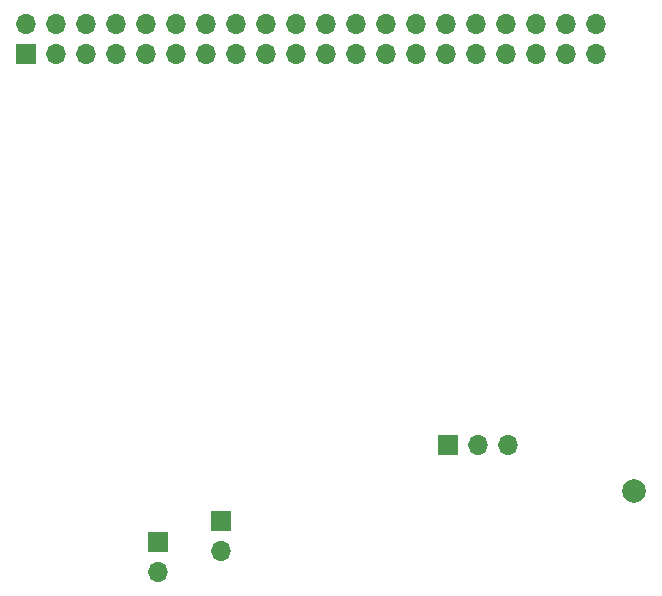
<source format=gbl>
G04 #@! TF.GenerationSoftware,KiCad,Pcbnew,5.0.2+dfsg1-1*
G04 #@! TF.CreationDate,2019-03-26T11:31:00+01:00*
G04 #@! TF.ProjectId,rpisdr,72706973-6472-42e6-9b69-6361645f7063,rev?*
G04 #@! TF.SameCoordinates,Original*
G04 #@! TF.FileFunction,Copper,L2,Bot*
G04 #@! TF.FilePolarity,Positive*
%FSLAX46Y46*%
G04 Gerber Fmt 4.6, Leading zero omitted, Abs format (unit mm)*
G04 Created by KiCad (PCBNEW 5.0.2+dfsg1-1) date Tue 26 Mar 2019 11:31:00 AM CET*
%MOMM*%
%LPD*%
G01*
G04 APERTURE LIST*
G04 #@! TA.AperFunction,ComponentPad*
%ADD10R,1.700000X1.700000*%
G04 #@! TD*
G04 #@! TA.AperFunction,ComponentPad*
%ADD11O,1.700000X1.700000*%
G04 #@! TD*
G04 #@! TA.AperFunction,ComponentPad*
%ADD12C,2.000000*%
G04 #@! TD*
G04 APERTURE END LIST*
D10*
G04 #@! TO.P,J1,1*
G04 #@! TO.N,Net-(J1-Pad1)*
X208267700Y-98996800D03*
D11*
G04 #@! TO.P,J1,2*
G04 #@! TO.N,Net-(J1-Pad2)*
X208267700Y-96456800D03*
G04 #@! TO.P,J1,3*
G04 #@! TO.N,/GPIO2(SDA1)*
X210807700Y-98996800D03*
G04 #@! TO.P,J1,4*
G04 #@! TO.N,Net-(J1-Pad2)*
X210807700Y-96456800D03*
G04 #@! TO.P,J1,5*
G04 #@! TO.N,/GPIO3(SCL1)*
X213347700Y-98996800D03*
G04 #@! TO.P,J1,6*
G04 #@! TO.N,GND*
X213347700Y-96456800D03*
G04 #@! TO.P,J1,7*
G04 #@! TO.N,/GPIO4(GCLK)*
X215887700Y-98996800D03*
G04 #@! TO.P,J1,8*
G04 #@! TO.N,/GPIO14(TXD0)*
X215887700Y-96456800D03*
G04 #@! TO.P,J1,9*
G04 #@! TO.N,GND*
X218427700Y-98996800D03*
G04 #@! TO.P,J1,10*
G04 #@! TO.N,/GPIO15(RXD0)*
X218427700Y-96456800D03*
G04 #@! TO.P,J1,11*
G04 #@! TO.N,/GPIO17(GEN0)*
X220967700Y-98996800D03*
G04 #@! TO.P,J1,12*
G04 #@! TO.N,/GPIO18(GEN1)(PWM0)*
X220967700Y-96456800D03*
G04 #@! TO.P,J1,13*
G04 #@! TO.N,/GPIO27(GEN2)*
X223507700Y-98996800D03*
G04 #@! TO.P,J1,14*
G04 #@! TO.N,GND*
X223507700Y-96456800D03*
G04 #@! TO.P,J1,15*
G04 #@! TO.N,/GPIO22(GEN3)*
X226047700Y-98996800D03*
G04 #@! TO.P,J1,16*
G04 #@! TO.N,/GPIO23(GEN4)*
X226047700Y-96456800D03*
G04 #@! TO.P,J1,17*
G04 #@! TO.N,Net-(J1-Pad17)*
X228587700Y-98996800D03*
G04 #@! TO.P,J1,18*
G04 #@! TO.N,/GPIO24(GEN5)*
X228587700Y-96456800D03*
G04 #@! TO.P,J1,19*
G04 #@! TO.N,Net-(J1-Pad19)*
X231127700Y-98996800D03*
G04 #@! TO.P,J1,20*
G04 #@! TO.N,GND*
X231127700Y-96456800D03*
G04 #@! TO.P,J1,21*
G04 #@! TO.N,/GPIO9(SPI0_MISO)*
X233667700Y-98996800D03*
G04 #@! TO.P,J1,22*
G04 #@! TO.N,/GPIO25(GEN6)*
X233667700Y-96456800D03*
G04 #@! TO.P,J1,23*
G04 #@! TO.N,/GPIO11(SPI0_SCK)*
X236207700Y-98996800D03*
G04 #@! TO.P,J1,24*
G04 #@! TO.N,/GPIO8(SPI0_CE_N)*
X236207700Y-96456800D03*
G04 #@! TO.P,J1,25*
G04 #@! TO.N,GND*
X238747700Y-98996800D03*
G04 #@! TO.P,J1,26*
G04 #@! TO.N,/GPIO7(SPI1_CE_N)*
X238747700Y-96456800D03*
G04 #@! TO.P,J1,27*
G04 #@! TO.N,/ID_SD*
X241287700Y-98996800D03*
G04 #@! TO.P,J1,28*
G04 #@! TO.N,/ID_SC*
X241287700Y-96456800D03*
G04 #@! TO.P,J1,29*
G04 #@! TO.N,/GPIO5*
X243827700Y-98996800D03*
G04 #@! TO.P,J1,30*
G04 #@! TO.N,GND*
X243827700Y-96456800D03*
G04 #@! TO.P,J1,31*
G04 #@! TO.N,/GPIO6*
X246367700Y-98996800D03*
G04 #@! TO.P,J1,32*
G04 #@! TO.N,/GPIO12(PWM0)*
X246367700Y-96456800D03*
G04 #@! TO.P,J1,33*
G04 #@! TO.N,/GPIO13(PWM1)*
X248907700Y-98996800D03*
G04 #@! TO.P,J1,34*
G04 #@! TO.N,GND*
X248907700Y-96456800D03*
G04 #@! TO.P,J1,35*
G04 #@! TO.N,/GPIO19(SPI1_MISO)*
X251447700Y-98996800D03*
G04 #@! TO.P,J1,36*
G04 #@! TO.N,/GPIO16*
X251447700Y-96456800D03*
G04 #@! TO.P,J1,37*
G04 #@! TO.N,/GPIO26*
X253987700Y-98996800D03*
G04 #@! TO.P,J1,38*
G04 #@! TO.N,/GPIO20(SPI1_MOSI)*
X253987700Y-96456800D03*
G04 #@! TO.P,J1,39*
G04 #@! TO.N,GND*
X256527700Y-98996800D03*
G04 #@! TO.P,J1,40*
G04 #@! TO.N,/GPIO21(SPI1_SCK)*
X256527700Y-96456800D03*
G04 #@! TD*
D10*
G04 #@! TO.P,L4,1*
G04 #@! TO.N,Net-(C16-Pad1)*
X219431000Y-140309900D03*
D11*
G04 #@! TO.P,L4,2*
G04 #@! TO.N,Net-(C14-Pad1)*
X219431000Y-142849900D03*
G04 #@! TD*
G04 #@! TO.P,L5,2*
G04 #@! TO.N,Net-(C16-Pad1)*
X224765000Y-141059200D03*
D10*
G04 #@! TO.P,L5,1*
G04 #@! TO.N,Net-(C12-Pad2)*
X224765000Y-138519200D03*
G04 #@! TD*
D12*
G04 #@! TO.P,TP1,1*
G04 #@! TO.N,GND*
X259791600Y-136004600D03*
G04 #@! TD*
D10*
G04 #@! TO.P,J2,1*
G04 #@! TO.N,GND*
X244030900Y-132080300D03*
D11*
G04 #@! TO.P,J2,2*
G04 #@! TO.N,/PREAMP/Ain*
X246570900Y-132080300D03*
G04 #@! TO.P,J2,3*
G04 #@! TO.N,Net-(C24-Pad2)*
X249110900Y-132080300D03*
G04 #@! TD*
M02*

</source>
